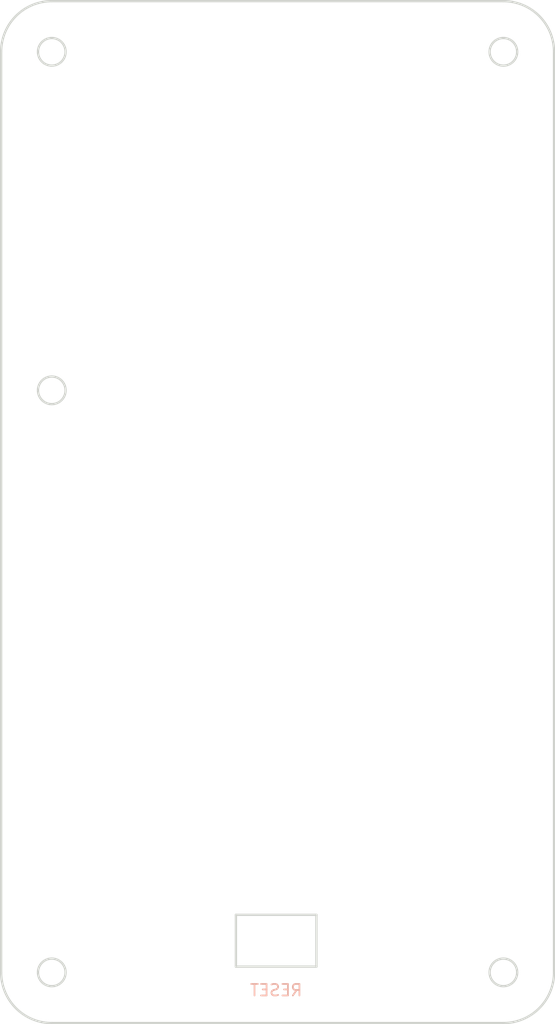
<source format=kicad_pcb>
(kicad_pcb (version 20171130) (host pcbnew 5.1.10)

  (general
    (thickness 1.6)
    (drawings 18)
    (tracks 0)
    (zones 0)
    (modules 0)
    (nets 1)
  )

  (page A4)
  (layers
    (0 F.Cu signal)
    (31 B.Cu signal)
    (32 B.Adhes user)
    (33 F.Adhes user)
    (34 B.Paste user)
    (35 F.Paste user)
    (36 B.SilkS user)
    (37 F.SilkS user)
    (38 B.Mask user)
    (39 F.Mask user)
    (40 Dwgs.User user)
    (41 Cmts.User user)
    (42 Eco1.User user)
    (43 Eco2.User user)
    (44 Edge.Cuts user)
    (45 Margin user)
    (46 B.CrtYd user)
    (47 F.CrtYd user)
    (48 B.Fab user)
    (49 F.Fab user)
  )

  (setup
    (last_trace_width 0.25)
    (trace_clearance 0.2)
    (zone_clearance 0.508)
    (zone_45_only no)
    (trace_min 0.2)
    (via_size 0.8)
    (via_drill 0.4)
    (via_min_size 0.4)
    (via_min_drill 0.3)
    (uvia_size 0.3)
    (uvia_drill 0.1)
    (uvias_allowed no)
    (uvia_min_size 0.2)
    (uvia_min_drill 0.1)
    (edge_width 0.05)
    (segment_width 0.2)
    (pcb_text_width 0.3)
    (pcb_text_size 1.5 1.5)
    (mod_edge_width 0.12)
    (mod_text_size 1 1)
    (mod_text_width 0.15)
    (pad_size 1.524 1.524)
    (pad_drill 0.762)
    (pad_to_mask_clearance 0)
    (aux_axis_origin 0 0)
    (visible_elements FFFFFF7F)
    (pcbplotparams
      (layerselection 0x010fc_ffffffff)
      (usegerberextensions false)
      (usegerberattributes true)
      (usegerberadvancedattributes true)
      (creategerberjobfile true)
      (excludeedgelayer true)
      (linewidth 0.100000)
      (plotframeref false)
      (viasonmask false)
      (mode 1)
      (useauxorigin false)
      (hpglpennumber 1)
      (hpglpenspeed 20)
      (hpglpendiameter 15.000000)
      (psnegative false)
      (psa4output false)
      (plotreference true)
      (plotvalue true)
      (plotinvisibletext false)
      (padsonsilk false)
      (subtractmaskfromsilk false)
      (outputformat 1)
      (mirror false)
      (drillshape 1)
      (scaleselection 1)
      (outputdirectory ""))
  )

  (net 0 "")

  (net_class Default "This is the default net class."
    (clearance 0.2)
    (trace_width 0.25)
    (via_dia 0.8)
    (via_drill 0.4)
    (uvia_dia 0.3)
    (uvia_drill 0.1)
  )

  (gr_text RESET (at 109.5 111.5) (layer B.SilkS)
    (effects (font (size 1 1) (thickness 0.15)) (justify mirror))
  )
  (gr_line (start 106.000001 109.450001) (end 106.000001 104.950001) (layer Edge.Cuts) (width 0.2))
  (gr_circle (center 129.25 30.000001) (end 130.45 30.000001) (layer Edge.Cuts) (width 0.2))
  (gr_line (start 129.250001 114.350001) (end 90.000001 114.350001) (layer Edge.Cuts) (width 0.2))
  (gr_line (start 113.000001 109.450001) (end 106.000001 109.450001) (layer Edge.Cuts) (width 0.2))
  (gr_circle (center 90.000001 109.950001) (end 91.200001 109.950001) (layer Edge.Cuts) (width 0.2))
  (gr_line (start 113.000001 104.950001) (end 113.000001 109.450001) (layer Edge.Cuts) (width 0.2))
  (gr_arc (start 90 109.950001) (end 85.600001 109.950001) (angle -90) (layer Edge.Cuts) (width 0.2))
  (gr_circle (center 129.25 109.950001) (end 130.45 109.950001) (layer Edge.Cuts) (width 0.2))
  (gr_arc (start 129.250001 30.000001) (end 133.650001 30.000001) (angle -90) (layer Edge.Cuts) (width 0.2))
  (gr_circle (center 90.000001 59.400001) (end 91.200001 59.400001) (layer Edge.Cuts) (width 0.2))
  (gr_line (start 90.000001 25.600001) (end 129.250001 25.600001) (layer Edge.Cuts) (width 0.2))
  (gr_line (start 85.600001 109.950001) (end 85.600001 30) (layer Edge.Cuts) (width 0.2))
  (gr_line (start 106.000001 104.950001) (end 113.000001 104.950001) (layer Edge.Cuts) (width 0.2))
  (gr_circle (center 90 30) (end 91.2 30) (layer Edge.Cuts) (width 0.2))
  (gr_arc (start 129.250001 109.950001) (end 129.250001 114.350001) (angle -90) (layer Edge.Cuts) (width 0.2))
  (gr_line (start 133.650001 30.000001) (end 133.65 109.950001) (layer Edge.Cuts) (width 0.2))
  (gr_arc (start 90 30) (end 90.000001 25.600001) (angle -90) (layer Edge.Cuts) (width 0.2))

)

</source>
